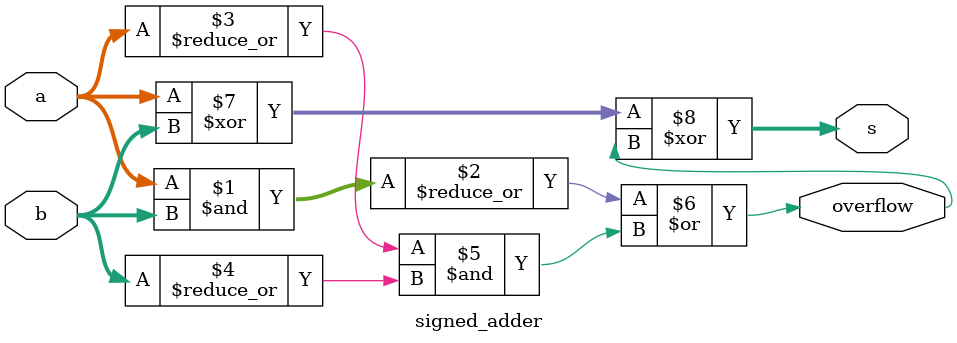
<source format=v>

module signed_adder(input [7:0] a,
    input [7:0] b,
    output [7:0] s,
    output overflow
); 

// The numbers a and b are added to the output s. 
// assign the occurence of the signed overflow of a and b to the output overflow.
// a signed overflow occurs if the most significant bits of a and b are low and the most significant bit of s is high
// a signed overflow may also occur if the most significant bits of a and b are high and the most significant bit of s is low



// The overflow is only true if one of the inputs is negative. If both a and b are negative, there is no overflow.
// If both a and b are zero, the sum is zero (implicitly overflow).

assign overflow = |(a & b) | (|a & |b);

assign s = a ^ b ^ (overflow);

endmodule

</source>
